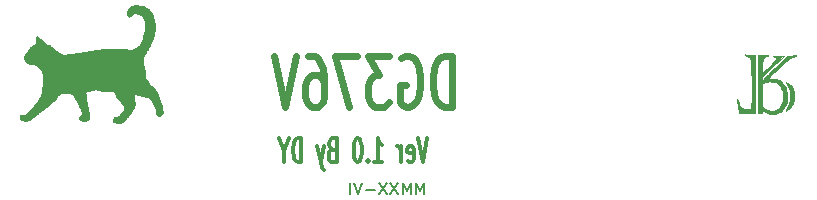
<source format=gbr>
%TF.GenerationSoftware,KiCad,Pcbnew,(5.99.0-1734-g575ad7128)*%
%TF.CreationDate,2020-06-02T15:09:08-04:00*%
%TF.ProjectId,DG376_KiCad,44473337-365f-44b6-9943-61642e6b6963,rev?*%
%TF.SameCoordinates,Original*%
%TF.FileFunction,Legend,Bot*%
%TF.FilePolarity,Positive*%
%FSLAX46Y46*%
G04 Gerber Fmt 4.6, Leading zero omitted, Abs format (unit mm)*
G04 Created by KiCad (PCBNEW (5.99.0-1734-g575ad7128)) date 2020-06-02 15:09:08*
%MOMM*%
%LPD*%
G01*
G04 APERTURE LIST*
%ADD10C,0.150000*%
%ADD11C,0.300000*%
%ADD12C,0.600000*%
%ADD13C,0.010000*%
G04 APERTURE END LIST*
D10*
X107992857Y-69352380D02*
X107992857Y-68352380D01*
X107659523Y-69066666D01*
X107326190Y-68352380D01*
X107326190Y-69352380D01*
X106850000Y-69352380D02*
X106850000Y-68352380D01*
X106516666Y-69066666D01*
X106183333Y-68352380D01*
X106183333Y-69352380D01*
X105802380Y-68352380D02*
X105135714Y-69352380D01*
X105135714Y-68352380D02*
X105802380Y-69352380D01*
X104850000Y-68352380D02*
X104183333Y-69352380D01*
X104183333Y-68352380D02*
X104850000Y-69352380D01*
X103802380Y-68971428D02*
X103040476Y-68971428D01*
X102707142Y-68352380D02*
X102373809Y-69352380D01*
X102040476Y-68352380D01*
X101707142Y-69352380D02*
X101707142Y-68352380D01*
D11*
X108257142Y-64604761D02*
X107857142Y-66604761D01*
X107457142Y-64604761D01*
X106600000Y-66509523D02*
X106714285Y-66604761D01*
X106942857Y-66604761D01*
X107057142Y-66509523D01*
X107114285Y-66319047D01*
X107114285Y-65557142D01*
X107057142Y-65366666D01*
X106942857Y-65271428D01*
X106714285Y-65271428D01*
X106600000Y-65366666D01*
X106542857Y-65557142D01*
X106542857Y-65747619D01*
X107114285Y-65938095D01*
X106028571Y-66604761D02*
X106028571Y-65271428D01*
X106028571Y-65652380D02*
X105971428Y-65461904D01*
X105914285Y-65366666D01*
X105800000Y-65271428D01*
X105685714Y-65271428D01*
X103742857Y-66604761D02*
X104428571Y-66604761D01*
X104085714Y-66604761D02*
X104085714Y-64604761D01*
X104200000Y-64890476D01*
X104314285Y-65080952D01*
X104428571Y-65176190D01*
X103228571Y-66414285D02*
X103171428Y-66509523D01*
X103228571Y-66604761D01*
X103285714Y-66509523D01*
X103228571Y-66414285D01*
X103228571Y-66604761D01*
X102428571Y-64604761D02*
X102314285Y-64604761D01*
X102200000Y-64700000D01*
X102142857Y-64795238D01*
X102085714Y-64985714D01*
X102028571Y-65366666D01*
X102028571Y-65842857D01*
X102085714Y-66223809D01*
X102142857Y-66414285D01*
X102200000Y-66509523D01*
X102314285Y-66604761D01*
X102428571Y-66604761D01*
X102542857Y-66509523D01*
X102600000Y-66414285D01*
X102657142Y-66223809D01*
X102714285Y-65842857D01*
X102714285Y-65366666D01*
X102657142Y-64985714D01*
X102600000Y-64795238D01*
X102542857Y-64700000D01*
X102428571Y-64604761D01*
X100200000Y-65557142D02*
X100028571Y-65652380D01*
X99971428Y-65747619D01*
X99914285Y-65938095D01*
X99914285Y-66223809D01*
X99971428Y-66414285D01*
X100028571Y-66509523D01*
X100142857Y-66604761D01*
X100600000Y-66604761D01*
X100600000Y-64604761D01*
X100200000Y-64604761D01*
X100085714Y-64700000D01*
X100028571Y-64795238D01*
X99971428Y-64985714D01*
X99971428Y-65176190D01*
X100028571Y-65366666D01*
X100085714Y-65461904D01*
X100200000Y-65557142D01*
X100600000Y-65557142D01*
X99514285Y-65271428D02*
X99228571Y-66604761D01*
X98942857Y-65271428D02*
X99228571Y-66604761D01*
X99342857Y-67080952D01*
X99400000Y-67176190D01*
X99514285Y-67271428D01*
X97571428Y-66604761D02*
X97571428Y-64604761D01*
X97285714Y-64604761D01*
X97114285Y-64700000D01*
X97000000Y-64890476D01*
X96942857Y-65080952D01*
X96885714Y-65461904D01*
X96885714Y-65747619D01*
X96942857Y-66128571D01*
X97000000Y-66319047D01*
X97114285Y-66509523D01*
X97285714Y-66604761D01*
X97571428Y-66604761D01*
X96142857Y-65652380D02*
X96142857Y-66604761D01*
X96542857Y-64604761D02*
X96142857Y-65652380D01*
X95742857Y-64604761D01*
D12*
X110333333Y-61945238D02*
X110333333Y-57645238D01*
X109666666Y-57645238D01*
X109266666Y-57850000D01*
X109000000Y-58259523D01*
X108866666Y-58669047D01*
X108733333Y-59488095D01*
X108733333Y-60102380D01*
X108866666Y-60921428D01*
X109000000Y-61330952D01*
X109266666Y-61740476D01*
X109666666Y-61945238D01*
X110333333Y-61945238D01*
X106066666Y-57850000D02*
X106333333Y-57645238D01*
X106733333Y-57645238D01*
X107133333Y-57850000D01*
X107400000Y-58259523D01*
X107533333Y-58669047D01*
X107666666Y-59488095D01*
X107666666Y-60102380D01*
X107533333Y-60921428D01*
X107400000Y-61330952D01*
X107133333Y-61740476D01*
X106733333Y-61945238D01*
X106466666Y-61945238D01*
X106066666Y-61740476D01*
X105933333Y-61535714D01*
X105933333Y-60102380D01*
X106466666Y-60102380D01*
X105000000Y-57645238D02*
X103266666Y-57645238D01*
X104200000Y-59283333D01*
X103800000Y-59283333D01*
X103533333Y-59488095D01*
X103400000Y-59692857D01*
X103266666Y-60102380D01*
X103266666Y-61126190D01*
X103400000Y-61535714D01*
X103533333Y-61740476D01*
X103800000Y-61945238D01*
X104600000Y-61945238D01*
X104866666Y-61740476D01*
X105000000Y-61535714D01*
X102333333Y-57645238D02*
X100466666Y-57645238D01*
X101666666Y-61945238D01*
X98200000Y-57645238D02*
X98733333Y-57645238D01*
X99000000Y-57850000D01*
X99133333Y-58054761D01*
X99400000Y-58669047D01*
X99533333Y-59488095D01*
X99533333Y-61126190D01*
X99400000Y-61535714D01*
X99266666Y-61740476D01*
X99000000Y-61945238D01*
X98466666Y-61945238D01*
X98200000Y-61740476D01*
X98066666Y-61535714D01*
X97933333Y-61126190D01*
X97933333Y-60102380D01*
X98066666Y-59692857D01*
X98200000Y-59488095D01*
X98466666Y-59283333D01*
X99000000Y-59283333D01*
X99266666Y-59488095D01*
X99400000Y-59692857D01*
X99533333Y-60102380D01*
X97133333Y-57645238D02*
X96200000Y-61945238D01*
X95266666Y-57645238D01*
%TO.C,G\u002A\u002A\u002A*%
G36*
X138614354Y-59847399D02*
G01*
X138639729Y-59858316D01*
X138642739Y-59859621D01*
X138743788Y-59911280D01*
X138847626Y-59977708D01*
X138944999Y-60052433D01*
X139026653Y-60128982D01*
X139112213Y-60229890D01*
X139193580Y-60353528D01*
X139256553Y-60486757D01*
X139302230Y-60632476D01*
X139331707Y-60793587D01*
X139346083Y-60972988D01*
X139342358Y-61172007D01*
X139315614Y-61360575D01*
X139265819Y-61538518D01*
X139192947Y-61705885D01*
X139096974Y-61862724D01*
X138977873Y-62009083D01*
X138835621Y-62145009D01*
X138670192Y-62270551D01*
X138665273Y-62273883D01*
X138628654Y-62297793D01*
X138601851Y-62313767D01*
X138590367Y-62318499D01*
X138592191Y-62313251D01*
X138605201Y-62290944D01*
X138628013Y-62255483D01*
X138657711Y-62211500D01*
X138740280Y-62079853D01*
X138835970Y-61889196D01*
X138913227Y-61685588D01*
X138970286Y-61473200D01*
X138974615Y-61452629D01*
X138983652Y-61404171D01*
X138990190Y-61356880D01*
X138994610Y-61305445D01*
X138997292Y-61244553D01*
X138998617Y-61168892D01*
X138998966Y-61073150D01*
X138998904Y-61042967D01*
X138996967Y-60919894D01*
X138991771Y-60814686D01*
X138982583Y-60721263D01*
X138968666Y-60633543D01*
X138949285Y-60545443D01*
X138923704Y-60450882D01*
X138889325Y-60345524D01*
X138828781Y-60200566D01*
X138757850Y-60069061D01*
X138679379Y-59956763D01*
X138659208Y-59931779D01*
X138623850Y-59887709D01*
X138602732Y-59859835D01*
X138594809Y-59845559D01*
X138599032Y-59842280D01*
X138614354Y-59847399D01*
G37*
D13*
X138614354Y-59847399D02*
X138639729Y-59858316D01*
X138642739Y-59859621D01*
X138743788Y-59911280D01*
X138847626Y-59977708D01*
X138944999Y-60052433D01*
X139026653Y-60128982D01*
X139112213Y-60229890D01*
X139193580Y-60353528D01*
X139256553Y-60486757D01*
X139302230Y-60632476D01*
X139331707Y-60793587D01*
X139346083Y-60972988D01*
X139342358Y-61172007D01*
X139315614Y-61360575D01*
X139265819Y-61538518D01*
X139192947Y-61705885D01*
X139096974Y-61862724D01*
X138977873Y-62009083D01*
X138835621Y-62145009D01*
X138670192Y-62270551D01*
X138665273Y-62273883D01*
X138628654Y-62297793D01*
X138601851Y-62313767D01*
X138590367Y-62318499D01*
X138592191Y-62313251D01*
X138605201Y-62290944D01*
X138628013Y-62255483D01*
X138657711Y-62211500D01*
X138740280Y-62079853D01*
X138835970Y-61889196D01*
X138913227Y-61685588D01*
X138970286Y-61473200D01*
X138974615Y-61452629D01*
X138983652Y-61404171D01*
X138990190Y-61356880D01*
X138994610Y-61305445D01*
X138997292Y-61244553D01*
X138998617Y-61168892D01*
X138998966Y-61073150D01*
X138998904Y-61042967D01*
X138996967Y-60919894D01*
X138991771Y-60814686D01*
X138982583Y-60721263D01*
X138968666Y-60633543D01*
X138949285Y-60545443D01*
X138923704Y-60450882D01*
X138889325Y-60345524D01*
X138828781Y-60200566D01*
X138757850Y-60069061D01*
X138679379Y-59956763D01*
X138659208Y-59931779D01*
X138623850Y-59887709D01*
X138602732Y-59859835D01*
X138594809Y-59845559D01*
X138599032Y-59842280D01*
X138614354Y-59847399D01*
G36*
X135275387Y-57515416D02*
G01*
X135280053Y-57515895D01*
X135325802Y-57520186D01*
X135388208Y-57525569D01*
X135459663Y-57531404D01*
X135532562Y-57537051D01*
X135550493Y-57538416D01*
X135632217Y-57545031D01*
X135715794Y-57552355D01*
X135797343Y-57559989D01*
X135872982Y-57567536D01*
X135938831Y-57574599D01*
X135991009Y-57580780D01*
X136025634Y-57585682D01*
X136038824Y-57588907D01*
X136038839Y-57588984D01*
X136039053Y-57603471D01*
X136039224Y-57642049D01*
X136039351Y-57703485D01*
X136039437Y-57786547D01*
X136039481Y-57890001D01*
X136039484Y-58012615D01*
X136039447Y-58153156D01*
X136039371Y-58310392D01*
X136039256Y-58483090D01*
X136039103Y-58670016D01*
X136038913Y-58869940D01*
X136038686Y-59081626D01*
X136038424Y-59303844D01*
X136038126Y-59535361D01*
X136037794Y-59774943D01*
X136037428Y-60021357D01*
X136033706Y-62449365D01*
X135421478Y-62454605D01*
X135351434Y-62455229D01*
X135215461Y-62456644D01*
X135101656Y-62458190D01*
X135007801Y-62459948D01*
X134931679Y-62461998D01*
X134871070Y-62464421D01*
X134823756Y-62467299D01*
X134787519Y-62470712D01*
X134760140Y-62474742D01*
X134739400Y-62479468D01*
X134709511Y-62487755D01*
X134676727Y-62496528D01*
X134660267Y-62500495D01*
X134660230Y-62500501D01*
X134652442Y-62494716D01*
X134645439Y-62472862D01*
X134638535Y-62431840D01*
X134631044Y-62368550D01*
X134629285Y-62353812D01*
X134623023Y-62308315D01*
X134613645Y-62244869D01*
X134601867Y-62168179D01*
X134588408Y-62082953D01*
X134573984Y-61993900D01*
X134572390Y-61984179D01*
X134547825Y-61832715D01*
X134527649Y-61704431D01*
X134511684Y-61597622D01*
X134499755Y-61510584D01*
X134491686Y-61441612D01*
X134487299Y-61389003D01*
X134486420Y-61351051D01*
X134488871Y-61326053D01*
X134494476Y-61312304D01*
X134503059Y-61308100D01*
X134515770Y-61319943D01*
X134531347Y-61355399D01*
X134548865Y-61412875D01*
X134564205Y-61467529D01*
X134618379Y-61627988D01*
X134679724Y-61764385D01*
X134748186Y-61876628D01*
X134823713Y-61964626D01*
X134906252Y-62028287D01*
X134918085Y-62035242D01*
X134962833Y-62058695D01*
X135008206Y-62076667D01*
X135058327Y-62089840D01*
X135117319Y-62098896D01*
X135189305Y-62104520D01*
X135278407Y-62107393D01*
X135388748Y-62108200D01*
X135651759Y-62108200D01*
X135671346Y-62047875D01*
X135673198Y-62041899D01*
X135684510Y-61996432D01*
X135695800Y-61938663D01*
X135704877Y-61879600D01*
X135706046Y-61865895D01*
X135707844Y-61823904D01*
X135709433Y-61759696D01*
X135710818Y-61675034D01*
X135712004Y-61571682D01*
X135712997Y-61451404D01*
X135713800Y-61315963D01*
X135714419Y-61167123D01*
X135714860Y-61006647D01*
X135715127Y-60836300D01*
X135715226Y-60657844D01*
X135715161Y-60473043D01*
X135714937Y-60283661D01*
X135714561Y-60091461D01*
X135714035Y-59898208D01*
X135713367Y-59705664D01*
X135712560Y-59515593D01*
X135711620Y-59329759D01*
X135710552Y-59149925D01*
X135709361Y-58977856D01*
X135708052Y-58815313D01*
X135706630Y-58664062D01*
X135705100Y-58525866D01*
X135703468Y-58402488D01*
X135701737Y-58295692D01*
X135699914Y-58207242D01*
X135698004Y-58138900D01*
X135696010Y-58092432D01*
X135693940Y-58069600D01*
X135693922Y-58069511D01*
X135663078Y-57955766D01*
X135620009Y-57861817D01*
X135563242Y-57784452D01*
X135512750Y-57737850D01*
X135435742Y-57684438D01*
X135348745Y-57638461D01*
X135260135Y-57604883D01*
X135234905Y-57596984D01*
X135209484Y-57585335D01*
X135198786Y-57570439D01*
X135196600Y-57546598D01*
X135196600Y-57507181D01*
X135275387Y-57515416D01*
G37*
X135275387Y-57515416D02*
X135280053Y-57515895D01*
X135325802Y-57520186D01*
X135388208Y-57525569D01*
X135459663Y-57531404D01*
X135532562Y-57537051D01*
X135550493Y-57538416D01*
X135632217Y-57545031D01*
X135715794Y-57552355D01*
X135797343Y-57559989D01*
X135872982Y-57567536D01*
X135938831Y-57574599D01*
X135991009Y-57580780D01*
X136025634Y-57585682D01*
X136038824Y-57588907D01*
X136038839Y-57588984D01*
X136039053Y-57603471D01*
X136039224Y-57642049D01*
X136039351Y-57703485D01*
X136039437Y-57786547D01*
X136039481Y-57890001D01*
X136039484Y-58012615D01*
X136039447Y-58153156D01*
X136039371Y-58310392D01*
X136039256Y-58483090D01*
X136039103Y-58670016D01*
X136038913Y-58869940D01*
X136038686Y-59081626D01*
X136038424Y-59303844D01*
X136038126Y-59535361D01*
X136037794Y-59774943D01*
X136037428Y-60021357D01*
X136033706Y-62449365D01*
X135421478Y-62454605D01*
X135351434Y-62455229D01*
X135215461Y-62456644D01*
X135101656Y-62458190D01*
X135007801Y-62459948D01*
X134931679Y-62461998D01*
X134871070Y-62464421D01*
X134823756Y-62467299D01*
X134787519Y-62470712D01*
X134760140Y-62474742D01*
X134739400Y-62479468D01*
X134709511Y-62487755D01*
X134676727Y-62496528D01*
X134660267Y-62500495D01*
X134660230Y-62500501D01*
X134652442Y-62494716D01*
X134645439Y-62472862D01*
X134638535Y-62431840D01*
X134631044Y-62368550D01*
X134629285Y-62353812D01*
X134623023Y-62308315D01*
X134613645Y-62244869D01*
X134601867Y-62168179D01*
X134588408Y-62082953D01*
X134573984Y-61993900D01*
X134572390Y-61984179D01*
X134547825Y-61832715D01*
X134527649Y-61704431D01*
X134511684Y-61597622D01*
X134499755Y-61510584D01*
X134491686Y-61441612D01*
X134487299Y-61389003D01*
X134486420Y-61351051D01*
X134488871Y-61326053D01*
X134494476Y-61312304D01*
X134503059Y-61308100D01*
X134515770Y-61319943D01*
X134531347Y-61355399D01*
X134548865Y-61412875D01*
X134564205Y-61467529D01*
X134618379Y-61627988D01*
X134679724Y-61764385D01*
X134748186Y-61876628D01*
X134823713Y-61964626D01*
X134906252Y-62028287D01*
X134918085Y-62035242D01*
X134962833Y-62058695D01*
X135008206Y-62076667D01*
X135058327Y-62089840D01*
X135117319Y-62098896D01*
X135189305Y-62104520D01*
X135278407Y-62107393D01*
X135388748Y-62108200D01*
X135651759Y-62108200D01*
X135671346Y-62047875D01*
X135673198Y-62041899D01*
X135684510Y-61996432D01*
X135695800Y-61938663D01*
X135704877Y-61879600D01*
X135706046Y-61865895D01*
X135707844Y-61823904D01*
X135709433Y-61759696D01*
X135710818Y-61675034D01*
X135712004Y-61571682D01*
X135712997Y-61451404D01*
X135713800Y-61315963D01*
X135714419Y-61167123D01*
X135714860Y-61006647D01*
X135715127Y-60836300D01*
X135715226Y-60657844D01*
X135715161Y-60473043D01*
X135714937Y-60283661D01*
X135714561Y-60091461D01*
X135714035Y-59898208D01*
X135713367Y-59705664D01*
X135712560Y-59515593D01*
X135711620Y-59329759D01*
X135710552Y-59149925D01*
X135709361Y-58977856D01*
X135708052Y-58815313D01*
X135706630Y-58664062D01*
X135705100Y-58525866D01*
X135703468Y-58402488D01*
X135701737Y-58295692D01*
X135699914Y-58207242D01*
X135698004Y-58138900D01*
X135696010Y-58092432D01*
X135693940Y-58069600D01*
X135693922Y-58069511D01*
X135663078Y-57955766D01*
X135620009Y-57861817D01*
X135563242Y-57784452D01*
X135512750Y-57737850D01*
X135435742Y-57684438D01*
X135348745Y-57638461D01*
X135260135Y-57604883D01*
X135234905Y-57596984D01*
X135209484Y-57585335D01*
X135198786Y-57570439D01*
X135196600Y-57546598D01*
X135196600Y-57507181D01*
X135275387Y-57515416D01*
G36*
X138726928Y-61178178D02*
G01*
X138711813Y-61364829D01*
X138680050Y-61537205D01*
X138630786Y-61699302D01*
X138563168Y-61855112D01*
X138499733Y-61971300D01*
X138401647Y-62115773D01*
X138292691Y-62237960D01*
X138171802Y-62338706D01*
X138037917Y-62418858D01*
X137889973Y-62479262D01*
X137726908Y-62520764D01*
X137652324Y-62530917D01*
X137548214Y-62536643D01*
X137435513Y-62535747D01*
X137322581Y-62528565D01*
X137217777Y-62515433D01*
X137129459Y-62496690D01*
X137076322Y-62480870D01*
X136899921Y-62411524D01*
X136734046Y-62319103D01*
X136718079Y-62308834D01*
X136678882Y-62284184D01*
X136650305Y-62267033D01*
X136637654Y-62260600D01*
X136636294Y-62263653D01*
X136633937Y-62285988D01*
X136632308Y-62325256D01*
X136631700Y-62375813D01*
X136631700Y-62491027D01*
X136565025Y-62484130D01*
X136518495Y-62479636D01*
X136458939Y-62474332D01*
X136399925Y-62469432D01*
X136301500Y-62461632D01*
X136301500Y-59992010D01*
X136593600Y-59992010D01*
X136593721Y-60615130D01*
X136593766Y-60670777D01*
X136594439Y-60857990D01*
X136595876Y-61035594D01*
X136598027Y-61202009D01*
X136600844Y-61355657D01*
X136604278Y-61494959D01*
X136608279Y-61618336D01*
X136612797Y-61724209D01*
X136617784Y-61810999D01*
X136623191Y-61877127D01*
X136628968Y-61921015D01*
X136635066Y-61941083D01*
X136643359Y-61950130D01*
X136678175Y-61980560D01*
X136727844Y-62018062D01*
X136786970Y-62058986D01*
X136850162Y-62099682D01*
X136912024Y-62136501D01*
X136967163Y-62165793D01*
X136988243Y-62175709D01*
X137055542Y-62204206D01*
X137124600Y-62229725D01*
X137183372Y-62247704D01*
X137250651Y-62261627D01*
X137341475Y-62273476D01*
X137435598Y-62279741D01*
X137523810Y-62279854D01*
X137596900Y-62273244D01*
X137694006Y-62251559D01*
X137820211Y-62202510D01*
X137936015Y-62130900D01*
X138043214Y-62035775D01*
X138137492Y-61925460D01*
X138231000Y-61780308D01*
X138303703Y-61620605D01*
X138355592Y-61446376D01*
X138386660Y-61257644D01*
X138396896Y-61054433D01*
X138396148Y-61001004D01*
X138382324Y-60816379D01*
X138351695Y-60641876D01*
X138305075Y-60479547D01*
X138243281Y-60331444D01*
X138167129Y-60199619D01*
X138077433Y-60086123D01*
X137975009Y-59993009D01*
X137885090Y-59931770D01*
X137760449Y-59868545D01*
X137626543Y-59824865D01*
X137480013Y-59799702D01*
X137317500Y-59792030D01*
X137228150Y-59794498D01*
X137090741Y-59808615D01*
X136960776Y-59836871D01*
X136830467Y-59881148D01*
X136692025Y-59943332D01*
X136593600Y-59992010D01*
X136301500Y-59992010D01*
X136301500Y-57589021D01*
X136380875Y-57582081D01*
X136410718Y-57579733D01*
X136465831Y-57575886D01*
X136535571Y-57571349D01*
X136614005Y-57566508D01*
X136695200Y-57561745D01*
X136758406Y-57558065D01*
X136841311Y-57553031D01*
X136918295Y-57548141D01*
X136982876Y-57543809D01*
X137028575Y-57540448D01*
X137127000Y-57532548D01*
X137127000Y-57571572D01*
X137125399Y-57592902D01*
X137116561Y-57607608D01*
X137094687Y-57618945D01*
X137053975Y-57631687D01*
X137038816Y-57636280D01*
X136956957Y-57667758D01*
X136878190Y-57708126D01*
X136809865Y-57753212D01*
X136759330Y-57798849D01*
X136730880Y-57834201D01*
X136684789Y-57910521D01*
X136649511Y-58000265D01*
X136623759Y-58107101D01*
X136606242Y-58234700D01*
X136603688Y-58266356D01*
X136600553Y-58325436D01*
X136598023Y-58397631D01*
X136596100Y-58479441D01*
X136594783Y-58567365D01*
X136594074Y-58657903D01*
X136593972Y-58747554D01*
X136594479Y-58832817D01*
X136595593Y-58910190D01*
X136597317Y-58976175D01*
X136599650Y-59027269D01*
X136602592Y-59059972D01*
X136606145Y-59070783D01*
X136609974Y-59068279D01*
X136630598Y-59050755D01*
X136666407Y-59018279D01*
X136715386Y-58972796D01*
X136775517Y-58916252D01*
X136844785Y-58850590D01*
X136921172Y-58777756D01*
X137002662Y-58699696D01*
X137087239Y-58618354D01*
X137172886Y-58535675D01*
X137257585Y-58453605D01*
X137339322Y-58374088D01*
X137416079Y-58299069D01*
X137485839Y-58230494D01*
X137546586Y-58170307D01*
X137596304Y-58120454D01*
X137632976Y-58082880D01*
X137654585Y-58059529D01*
X137681857Y-58027112D01*
X137726146Y-57968932D01*
X137754752Y-57920513D01*
X137770121Y-57877275D01*
X137774700Y-57834635D01*
X137773774Y-57820293D01*
X137754597Y-57771101D01*
X137710709Y-57727234D01*
X137642229Y-57688785D01*
X137549275Y-57655848D01*
X137545242Y-57654469D01*
X137534226Y-57640527D01*
X137544412Y-57614697D01*
X137552055Y-57609061D01*
X137569178Y-57605375D01*
X137598842Y-57603817D01*
X137644244Y-57604344D01*
X137708579Y-57606917D01*
X137795042Y-57611494D01*
X137855453Y-57614686D01*
X137948443Y-57618911D01*
X138040112Y-57622367D01*
X138122450Y-57624762D01*
X138187450Y-57625803D01*
X138244605Y-57626644D01*
X138306099Y-57628760D01*
X138356733Y-57631779D01*
X138389238Y-57635356D01*
X138438625Y-57644150D01*
X137516113Y-58524249D01*
X136593600Y-59404348D01*
X136593600Y-59711836D01*
X136621589Y-59687643D01*
X136625343Y-59684208D01*
X136646240Y-59664523D01*
X136683736Y-59628920D01*
X136736650Y-59578527D01*
X136803803Y-59514473D01*
X136884013Y-59437886D01*
X136976100Y-59349894D01*
X137078884Y-59251625D01*
X137191183Y-59144208D01*
X137311817Y-59028771D01*
X137439606Y-58906443D01*
X137573368Y-58778351D01*
X137711924Y-58645624D01*
X138774270Y-57627799D01*
X138957110Y-57613000D01*
X139036671Y-57606327D01*
X139136080Y-57597564D01*
X139236166Y-57588379D01*
X139324100Y-57579929D01*
X139351983Y-57577172D01*
X139414688Y-57571051D01*
X139466305Y-57566121D01*
X139502108Y-57562831D01*
X139517366Y-57561628D01*
X139520873Y-57567702D01*
X139516531Y-57588499D01*
X139507113Y-57602331D01*
X139485816Y-57615482D01*
X139448499Y-57628935D01*
X139390657Y-57644703D01*
X139383607Y-57646508D01*
X139244292Y-57691775D01*
X139102036Y-57756380D01*
X138955516Y-57841163D01*
X138803413Y-57946963D01*
X138644402Y-58074620D01*
X138477164Y-58224973D01*
X138448594Y-58251969D01*
X138385484Y-58311892D01*
X138312106Y-58381865D01*
X138230143Y-58460261D01*
X138141276Y-58545457D01*
X138047188Y-58635826D01*
X137949560Y-58729742D01*
X137850076Y-58825581D01*
X137750418Y-58921717D01*
X137652267Y-59016525D01*
X137557306Y-59108378D01*
X137467217Y-59195652D01*
X137383683Y-59276721D01*
X137308386Y-59349960D01*
X137243007Y-59413743D01*
X137189230Y-59466445D01*
X137148736Y-59506440D01*
X137123207Y-59532102D01*
X137114327Y-59541807D01*
X137114339Y-59541882D01*
X137127114Y-59544235D01*
X137161240Y-59546388D01*
X137212790Y-59548204D01*
X137277836Y-59549540D01*
X137352452Y-59550260D01*
X137471300Y-59552436D01*
X137574574Y-59558616D01*
X137665151Y-59569824D01*
X137749376Y-59587101D01*
X137833595Y-59611489D01*
X137924154Y-59644028D01*
X138048660Y-59702007D01*
X138182620Y-59790212D01*
X138304370Y-59900281D01*
X138413505Y-60031781D01*
X138509618Y-60184280D01*
X138592303Y-60357343D01*
X138610106Y-60401820D01*
X138663346Y-60561248D01*
X138700021Y-60723269D01*
X138721342Y-60894304D01*
X138727504Y-61054433D01*
X138728517Y-61080776D01*
X138726928Y-61178178D01*
G37*
X138726928Y-61178178D02*
X138711813Y-61364829D01*
X138680050Y-61537205D01*
X138630786Y-61699302D01*
X138563168Y-61855112D01*
X138499733Y-61971300D01*
X138401647Y-62115773D01*
X138292691Y-62237960D01*
X138171802Y-62338706D01*
X138037917Y-62418858D01*
X137889973Y-62479262D01*
X137726908Y-62520764D01*
X137652324Y-62530917D01*
X137548214Y-62536643D01*
X137435513Y-62535747D01*
X137322581Y-62528565D01*
X137217777Y-62515433D01*
X137129459Y-62496690D01*
X137076322Y-62480870D01*
X136899921Y-62411524D01*
X136734046Y-62319103D01*
X136718079Y-62308834D01*
X136678882Y-62284184D01*
X136650305Y-62267033D01*
X136637654Y-62260600D01*
X136636294Y-62263653D01*
X136633937Y-62285988D01*
X136632308Y-62325256D01*
X136631700Y-62375813D01*
X136631700Y-62491027D01*
X136565025Y-62484130D01*
X136518495Y-62479636D01*
X136458939Y-62474332D01*
X136399925Y-62469432D01*
X136301500Y-62461632D01*
X136301500Y-59992010D01*
X136593600Y-59992010D01*
X136593721Y-60615130D01*
X136593766Y-60670777D01*
X136594439Y-60857990D01*
X136595876Y-61035594D01*
X136598027Y-61202009D01*
X136600844Y-61355657D01*
X136604278Y-61494959D01*
X136608279Y-61618336D01*
X136612797Y-61724209D01*
X136617784Y-61810999D01*
X136623191Y-61877127D01*
X136628968Y-61921015D01*
X136635066Y-61941083D01*
X136643359Y-61950130D01*
X136678175Y-61980560D01*
X136727844Y-62018062D01*
X136786970Y-62058986D01*
X136850162Y-62099682D01*
X136912024Y-62136501D01*
X136967163Y-62165793D01*
X136988243Y-62175709D01*
X137055542Y-62204206D01*
X137124600Y-62229725D01*
X137183372Y-62247704D01*
X137250651Y-62261627D01*
X137341475Y-62273476D01*
X137435598Y-62279741D01*
X137523810Y-62279854D01*
X137596900Y-62273244D01*
X137694006Y-62251559D01*
X137820211Y-62202510D01*
X137936015Y-62130900D01*
X138043214Y-62035775D01*
X138137492Y-61925460D01*
X138231000Y-61780308D01*
X138303703Y-61620605D01*
X138355592Y-61446376D01*
X138386660Y-61257644D01*
X138396896Y-61054433D01*
X138396148Y-61001004D01*
X138382324Y-60816379D01*
X138351695Y-60641876D01*
X138305075Y-60479547D01*
X138243281Y-60331444D01*
X138167129Y-60199619D01*
X138077433Y-60086123D01*
X137975009Y-59993009D01*
X137885090Y-59931770D01*
X137760449Y-59868545D01*
X137626543Y-59824865D01*
X137480013Y-59799702D01*
X137317500Y-59792030D01*
X137228150Y-59794498D01*
X137090741Y-59808615D01*
X136960776Y-59836871D01*
X136830467Y-59881148D01*
X136692025Y-59943332D01*
X136593600Y-59992010D01*
X136301500Y-59992010D01*
X136301500Y-57589021D01*
X136380875Y-57582081D01*
X136410718Y-57579733D01*
X136465831Y-57575886D01*
X136535571Y-57571349D01*
X136614005Y-57566508D01*
X136695200Y-57561745D01*
X136758406Y-57558065D01*
X136841311Y-57553031D01*
X136918295Y-57548141D01*
X136982876Y-57543809D01*
X137028575Y-57540448D01*
X137127000Y-57532548D01*
X137127000Y-57571572D01*
X137125399Y-57592902D01*
X137116561Y-57607608D01*
X137094687Y-57618945D01*
X137053975Y-57631687D01*
X137038816Y-57636280D01*
X136956957Y-57667758D01*
X136878190Y-57708126D01*
X136809865Y-57753212D01*
X136759330Y-57798849D01*
X136730880Y-57834201D01*
X136684789Y-57910521D01*
X136649511Y-58000265D01*
X136623759Y-58107101D01*
X136606242Y-58234700D01*
X136603688Y-58266356D01*
X136600553Y-58325436D01*
X136598023Y-58397631D01*
X136596100Y-58479441D01*
X136594783Y-58567365D01*
X136594074Y-58657903D01*
X136593972Y-58747554D01*
X136594479Y-58832817D01*
X136595593Y-58910190D01*
X136597317Y-58976175D01*
X136599650Y-59027269D01*
X136602592Y-59059972D01*
X136606145Y-59070783D01*
X136609974Y-59068279D01*
X136630598Y-59050755D01*
X136666407Y-59018279D01*
X136715386Y-58972796D01*
X136775517Y-58916252D01*
X136844785Y-58850590D01*
X136921172Y-58777756D01*
X137002662Y-58699696D01*
X137087239Y-58618354D01*
X137172886Y-58535675D01*
X137257585Y-58453605D01*
X137339322Y-58374088D01*
X137416079Y-58299069D01*
X137485839Y-58230494D01*
X137546586Y-58170307D01*
X137596304Y-58120454D01*
X137632976Y-58082880D01*
X137654585Y-58059529D01*
X137681857Y-58027112D01*
X137726146Y-57968932D01*
X137754752Y-57920513D01*
X137770121Y-57877275D01*
X137774700Y-57834635D01*
X137773774Y-57820293D01*
X137754597Y-57771101D01*
X137710709Y-57727234D01*
X137642229Y-57688785D01*
X137549275Y-57655848D01*
X137545242Y-57654469D01*
X137534226Y-57640527D01*
X137544412Y-57614697D01*
X137552055Y-57609061D01*
X137569178Y-57605375D01*
X137598842Y-57603817D01*
X137644244Y-57604344D01*
X137708579Y-57606917D01*
X137795042Y-57611494D01*
X137855453Y-57614686D01*
X137948443Y-57618911D01*
X138040112Y-57622367D01*
X138122450Y-57624762D01*
X138187450Y-57625803D01*
X138244605Y-57626644D01*
X138306099Y-57628760D01*
X138356733Y-57631779D01*
X138389238Y-57635356D01*
X138438625Y-57644150D01*
X137516113Y-58524249D01*
X136593600Y-59404348D01*
X136593600Y-59711836D01*
X136621589Y-59687643D01*
X136625343Y-59684208D01*
X136646240Y-59664523D01*
X136683736Y-59628920D01*
X136736650Y-59578527D01*
X136803803Y-59514473D01*
X136884013Y-59437886D01*
X136976100Y-59349894D01*
X137078884Y-59251625D01*
X137191183Y-59144208D01*
X137311817Y-59028771D01*
X137439606Y-58906443D01*
X137573368Y-58778351D01*
X137711924Y-58645624D01*
X138774270Y-57627799D01*
X138957110Y-57613000D01*
X139036671Y-57606327D01*
X139136080Y-57597564D01*
X139236166Y-57588379D01*
X139324100Y-57579929D01*
X139351983Y-57577172D01*
X139414688Y-57571051D01*
X139466305Y-57566121D01*
X139502108Y-57562831D01*
X139517366Y-57561628D01*
X139520873Y-57567702D01*
X139516531Y-57588499D01*
X139507113Y-57602331D01*
X139485816Y-57615482D01*
X139448499Y-57628935D01*
X139390657Y-57644703D01*
X139383607Y-57646508D01*
X139244292Y-57691775D01*
X139102036Y-57756380D01*
X138955516Y-57841163D01*
X138803413Y-57946963D01*
X138644402Y-58074620D01*
X138477164Y-58224973D01*
X138448594Y-58251969D01*
X138385484Y-58311892D01*
X138312106Y-58381865D01*
X138230143Y-58460261D01*
X138141276Y-58545457D01*
X138047188Y-58635826D01*
X137949560Y-58729742D01*
X137850076Y-58825581D01*
X137750418Y-58921717D01*
X137652267Y-59016525D01*
X137557306Y-59108378D01*
X137467217Y-59195652D01*
X137383683Y-59276721D01*
X137308386Y-59349960D01*
X137243007Y-59413743D01*
X137189230Y-59466445D01*
X137148736Y-59506440D01*
X137123207Y-59532102D01*
X137114327Y-59541807D01*
X137114339Y-59541882D01*
X137127114Y-59544235D01*
X137161240Y-59546388D01*
X137212790Y-59548204D01*
X137277836Y-59549540D01*
X137352452Y-59550260D01*
X137471300Y-59552436D01*
X137574574Y-59558616D01*
X137665151Y-59569824D01*
X137749376Y-59587101D01*
X137833595Y-59611489D01*
X137924154Y-59644028D01*
X138048660Y-59702007D01*
X138182620Y-59790212D01*
X138304370Y-59900281D01*
X138413505Y-60031781D01*
X138509618Y-60184280D01*
X138592303Y-60357343D01*
X138610106Y-60401820D01*
X138663346Y-60561248D01*
X138700021Y-60723269D01*
X138721342Y-60894304D01*
X138727504Y-61054433D01*
X138728517Y-61080776D01*
X138726928Y-61178178D01*
G36*
X81964026Y-61141082D02*
G01*
X81964496Y-61142378D01*
X81959000Y-61136333D01*
X81964026Y-61141082D01*
G37*
X81964026Y-61141082D02*
X81964496Y-61142378D01*
X81959000Y-61136333D01*
X81964026Y-61141082D01*
G36*
X82100111Y-61291556D02*
G01*
X82241222Y-61446778D01*
X82095368Y-61309005D01*
X82089526Y-61303449D01*
X82020721Y-61231524D01*
X81975216Y-61171950D01*
X81964496Y-61142378D01*
X82100111Y-61291556D01*
G37*
X82100111Y-61291556D02*
X82241222Y-61446778D01*
X82095368Y-61309005D01*
X82089526Y-61303449D01*
X82020721Y-61231524D01*
X81975216Y-61171950D01*
X81964496Y-61142378D01*
X82100111Y-61291556D01*
G36*
X85422898Y-60880747D02*
G01*
X85427726Y-60920123D01*
X85456053Y-61005049D01*
X85506142Y-61131125D01*
X85576252Y-61293946D01*
X85664645Y-61489111D01*
X85670420Y-61501729D01*
X85742880Y-61695944D01*
X85773699Y-61870111D01*
X85784295Y-61963114D01*
X85809414Y-62101484D01*
X85841534Y-62230725D01*
X85898098Y-62422005D01*
X85768400Y-62590558D01*
X85701082Y-62674308D01*
X85647128Y-62727839D01*
X85599936Y-62752898D01*
X85546853Y-62759111D01*
X85534457Y-62758735D01*
X85435725Y-62727100D01*
X85354476Y-62652415D01*
X85296959Y-62545790D01*
X85269420Y-62418334D01*
X85278104Y-62281156D01*
X85281759Y-62249111D01*
X85269506Y-62135634D01*
X85227129Y-61984768D01*
X85156591Y-61802689D01*
X85059858Y-61595569D01*
X84950743Y-61426731D01*
X84789550Y-61263499D01*
X84597803Y-61136346D01*
X84585445Y-61130497D01*
X84506481Y-61101766D01*
X84395655Y-61068860D01*
X84271921Y-61036773D01*
X84154236Y-61010501D01*
X84061555Y-60995038D01*
X84034859Y-60990106D01*
X83954757Y-60969550D01*
X83845768Y-60937648D01*
X83723514Y-60898847D01*
X83648460Y-60875025D01*
X83575062Y-60854111D01*
X85388000Y-60854111D01*
X85402111Y-60868222D01*
X85416222Y-60854111D01*
X85402111Y-60840000D01*
X85388000Y-60854111D01*
X83575062Y-60854111D01*
X83541991Y-60844688D01*
X83462427Y-60826364D01*
X83422955Y-60823365D01*
X83410705Y-60840543D01*
X83399940Y-60904438D01*
X83398000Y-61002717D01*
X83404469Y-61122616D01*
X83418931Y-61251373D01*
X83440971Y-61376222D01*
X83454590Y-61439389D01*
X83483129Y-61575379D01*
X83500759Y-61668042D01*
X83508779Y-61725894D01*
X83508487Y-61757450D01*
X83501180Y-61771225D01*
X83491804Y-61785967D01*
X83469920Y-61843594D01*
X83445860Y-61926556D01*
X83417286Y-62007726D01*
X83361861Y-62122499D01*
X83296358Y-62229945D01*
X83290784Y-62237957D01*
X83238780Y-62315983D01*
X83205998Y-62371243D01*
X83199324Y-62392222D01*
X83199896Y-62392351D01*
X83187606Y-62413710D01*
X83145205Y-62464548D01*
X83081182Y-62534627D01*
X83078444Y-62537532D01*
X83012255Y-62610770D01*
X82965621Y-62667947D01*
X82948485Y-62696905D01*
X82938134Y-62716640D01*
X82897228Y-62767023D01*
X82835596Y-62832950D01*
X82790676Y-62879090D01*
X82711629Y-62962611D01*
X82649958Y-63030505D01*
X82635531Y-63046574D01*
X82560550Y-63122954D01*
X82480625Y-63196556D01*
X82446231Y-63225432D01*
X82406122Y-63252318D01*
X82360540Y-63268521D01*
X82296742Y-63276524D01*
X82201988Y-63278812D01*
X82063537Y-63277868D01*
X82018407Y-63277340D01*
X81891805Y-63274420D01*
X81806137Y-63268195D01*
X81749332Y-63256503D01*
X81709312Y-63237180D01*
X81674004Y-63208061D01*
X81641982Y-63171525D01*
X81618248Y-63101868D01*
X81637232Y-63017242D01*
X81699786Y-62907720D01*
X81700947Y-62906004D01*
X81749519Y-62842806D01*
X81800378Y-62805176D01*
X81871576Y-62784388D01*
X81981163Y-62771718D01*
X82002641Y-62769698D01*
X82070030Y-62757620D01*
X82125948Y-62731337D01*
X82186289Y-62681151D01*
X82266949Y-62597366D01*
X82284334Y-62578472D01*
X82352751Y-62501624D01*
X82401572Y-62442770D01*
X82421174Y-62413389D01*
X82431838Y-62390005D01*
X82468771Y-62345955D01*
X82512645Y-62309176D01*
X82543195Y-62298712D01*
X82562262Y-62295814D01*
X82590614Y-62255937D01*
X82613080Y-62189424D01*
X82622222Y-62113693D01*
X82617979Y-62047847D01*
X82599406Y-61977107D01*
X82560513Y-61899397D01*
X82495370Y-61803162D01*
X82398046Y-61676847D01*
X82350577Y-61615535D01*
X82288941Y-61529880D01*
X82249385Y-61466691D01*
X82238869Y-61436474D01*
X82239404Y-61435077D01*
X82223592Y-61403038D01*
X82175968Y-61345935D01*
X82105899Y-61275135D01*
X81964026Y-61141082D01*
X81962596Y-61137138D01*
X81963265Y-61113627D01*
X81935178Y-61069430D01*
X81911488Y-61038699D01*
X81872824Y-60966396D01*
X81833686Y-60874408D01*
X81805648Y-60799778D01*
X81773400Y-60722569D01*
X81739157Y-60668251D01*
X81693848Y-60632701D01*
X81628403Y-60611797D01*
X81533754Y-60601418D01*
X81400829Y-60597440D01*
X81220560Y-60595741D01*
X81102894Y-60594382D01*
X80912852Y-60590222D01*
X80762921Y-60583057D01*
X80642350Y-60571719D01*
X80540383Y-60555037D01*
X80446268Y-60531841D01*
X80349252Y-60500962D01*
X80327709Y-60493625D01*
X80247798Y-60470111D01*
X80180526Y-60462115D01*
X80103404Y-60468936D01*
X79993944Y-60489870D01*
X79882938Y-60515863D01*
X79771445Y-60547165D01*
X79690559Y-60575467D01*
X79676612Y-60581278D01*
X79594851Y-60610682D01*
X79531889Y-60626551D01*
X79531771Y-60626567D01*
X79464283Y-60638018D01*
X79381356Y-60655086D01*
X79324338Y-60671577D01*
X79299536Y-60698651D01*
X79305903Y-60750440D01*
X79316407Y-60812289D01*
X79327190Y-60911283D01*
X79335346Y-61023212D01*
X79343825Y-61123031D01*
X79364181Y-61274713D01*
X79389684Y-61409428D01*
X79409109Y-61507846D01*
X79419237Y-61591498D01*
X79417157Y-61638958D01*
X79415861Y-61656260D01*
X79426709Y-61722090D01*
X79452109Y-61819250D01*
X79488639Y-61933631D01*
X79500821Y-61969213D01*
X79534463Y-62076434D01*
X79557192Y-62172724D01*
X79571602Y-62274927D01*
X79580289Y-62399885D01*
X79585850Y-62564441D01*
X79595524Y-62942418D01*
X79502299Y-63030340D01*
X79488023Y-63043760D01*
X79445738Y-63079901D01*
X79404823Y-63101124D01*
X79350842Y-63110488D01*
X79269355Y-63111056D01*
X79145926Y-63105887D01*
X79093043Y-63103204D01*
X78981973Y-63094707D01*
X78909829Y-63082173D01*
X78863783Y-63062636D01*
X78831009Y-63033135D01*
X78830686Y-63032757D01*
X78794471Y-62963722D01*
X78795694Y-62872990D01*
X78797147Y-62864154D01*
X78809315Y-62788456D01*
X78816888Y-62738482D01*
X78823959Y-62725910D01*
X78870099Y-62691762D01*
X78943926Y-62657037D01*
X78954928Y-62652789D01*
X79026224Y-62619092D01*
X79058589Y-62582694D01*
X79066222Y-62528694D01*
X79063164Y-62500460D01*
X79035568Y-62409072D01*
X78984293Y-62290773D01*
X78915484Y-62158912D01*
X78835284Y-62026839D01*
X78818357Y-61999496D01*
X78799997Y-61958826D01*
X78810727Y-61953854D01*
X78815196Y-61947574D01*
X78799574Y-61902514D01*
X78763986Y-61823821D01*
X78712942Y-61720175D01*
X78650951Y-61600261D01*
X78582522Y-61472761D01*
X78512163Y-61346357D01*
X78444384Y-61229732D01*
X78383695Y-61131568D01*
X78318259Y-61041390D01*
X78230845Y-60943450D01*
X78150770Y-60875259D01*
X78122284Y-60856892D01*
X78062382Y-60825202D01*
X77999752Y-60807825D01*
X77916517Y-60801035D01*
X77794803Y-60801111D01*
X77650739Y-60798803D01*
X77538785Y-60784537D01*
X77454330Y-60756251D01*
X77409301Y-60735582D01*
X77360057Y-60723147D01*
X77315291Y-60738110D01*
X77250266Y-60783811D01*
X77220098Y-60807821D01*
X77175725Y-60852330D01*
X77166473Y-60878177D01*
X77169974Y-60887231D01*
X77142784Y-60896445D01*
X77142707Y-60896445D01*
X77090166Y-60916599D01*
X77019310Y-60967295D01*
X76945928Y-61034149D01*
X76885809Y-61102781D01*
X76854742Y-61158807D01*
X76848954Y-61173457D01*
X76803956Y-61236750D01*
X76721942Y-61325724D01*
X76609052Y-61434373D01*
X76471425Y-61556689D01*
X76315203Y-61686667D01*
X76233458Y-61753585D01*
X76119619Y-61849059D01*
X76021529Y-61933611D01*
X75953391Y-61990623D01*
X75891539Y-62036115D01*
X75857113Y-62053556D01*
X75828673Y-62068295D01*
X75771374Y-62113462D01*
X75700357Y-62178447D01*
X75636942Y-62237054D01*
X75584315Y-62279420D01*
X75559518Y-62291000D01*
X75559098Y-62290697D01*
X75532836Y-62304707D01*
X75479018Y-62349547D01*
X75408757Y-62416005D01*
X75334528Y-62486684D01*
X75272881Y-62540056D01*
X75237222Y-62564507D01*
X75209275Y-62581908D01*
X75150324Y-62629352D01*
X75078174Y-62694138D01*
X75017881Y-62747394D01*
X74963560Y-62787617D01*
X74936752Y-62797122D01*
X74926165Y-62795517D01*
X74877453Y-62810965D01*
X74806838Y-62845949D01*
X74770560Y-62867419D01*
X74719601Y-62903280D01*
X74705256Y-62923108D01*
X74702202Y-62933299D01*
X74666897Y-62969062D01*
X74604276Y-63018409D01*
X74565939Y-63044778D01*
X74495371Y-63080646D01*
X74415092Y-63098448D01*
X74301836Y-63104834D01*
X74206171Y-63105216D01*
X74020938Y-63092192D01*
X73884579Y-63058433D01*
X73793970Y-63002347D01*
X73745990Y-62922338D01*
X73737515Y-62816813D01*
X73754600Y-62730053D01*
X73797754Y-62668992D01*
X73876149Y-62635282D01*
X73999672Y-62621560D01*
X74071427Y-62615473D01*
X74182662Y-62595937D01*
X74267783Y-62569307D01*
X74323005Y-62541010D01*
X74408649Y-62484061D01*
X74470589Y-62426595D01*
X74494849Y-62380247D01*
X74511990Y-62350953D01*
X74561781Y-62296054D01*
X74632692Y-62229569D01*
X74696790Y-62167851D01*
X74764758Y-62088860D01*
X74804674Y-62025316D01*
X74807383Y-62018973D01*
X74837316Y-61968420D01*
X74862054Y-61955361D01*
X74867686Y-61956432D01*
X74903280Y-61934861D01*
X74950501Y-61883071D01*
X74999256Y-61821892D01*
X75072175Y-61734104D01*
X75150389Y-61642659D01*
X75156043Y-61636125D01*
X75220948Y-61555991D01*
X75266963Y-61489973D01*
X75284444Y-61451801D01*
X75296567Y-61414887D01*
X75334979Y-61360377D01*
X75359334Y-61326894D01*
X75406499Y-61248951D01*
X75464937Y-61143461D01*
X75527219Y-61023445D01*
X75668924Y-60741222D01*
X75675942Y-60416667D01*
X75677945Y-60337098D01*
X75684305Y-60144895D01*
X75692559Y-59944255D01*
X75701435Y-59767556D01*
X75704197Y-59718560D01*
X75714006Y-59526091D01*
X75718609Y-59378083D01*
X75717211Y-59264837D01*
X75709016Y-59176651D01*
X75693229Y-59103825D01*
X75669056Y-59036658D01*
X75635701Y-58965448D01*
X75603813Y-58906168D01*
X75465573Y-58708977D01*
X75294269Y-58532995D01*
X75106277Y-58395838D01*
X75074296Y-58377344D01*
X74988676Y-58333244D01*
X74910956Y-58307113D01*
X74819692Y-58293241D01*
X74693436Y-58285917D01*
X74653889Y-58284149D01*
X74542856Y-58276917D01*
X74456044Y-58267993D01*
X74409555Y-58258909D01*
X74402438Y-58254577D01*
X74361646Y-58212552D01*
X74304307Y-58138617D01*
X74240469Y-58045457D01*
X74217873Y-58009623D01*
X74148486Y-57875308D01*
X74142148Y-57847741D01*
X74155555Y-57834333D01*
X74141444Y-57820222D01*
X74136872Y-57824794D01*
X74121715Y-57758869D01*
X74138843Y-57648315D01*
X74201157Y-57531652D01*
X74309940Y-57396889D01*
X74354694Y-57343313D01*
X74430669Y-57238573D01*
X74488138Y-57142889D01*
X74529088Y-57073645D01*
X74586240Y-56991702D01*
X74649584Y-56909791D01*
X74709647Y-56839579D01*
X74756954Y-56792734D01*
X74782034Y-56780923D01*
X74785937Y-56782665D01*
X74825047Y-56774819D01*
X74885966Y-56748797D01*
X74950126Y-56714348D01*
X74998960Y-56681223D01*
X75013899Y-56659172D01*
X75015814Y-56644761D01*
X75053982Y-56634889D01*
X75079343Y-56632756D01*
X75108715Y-56615273D01*
X75123245Y-56571752D01*
X75125278Y-56492239D01*
X75117159Y-56366778D01*
X75108930Y-56248644D01*
X75107290Y-56143790D01*
X75116653Y-56081731D01*
X75138342Y-56055220D01*
X75173679Y-56057007D01*
X75211297Y-56061026D01*
X75228000Y-56030013D01*
X75231799Y-56008730D01*
X75258594Y-55985778D01*
X75274269Y-55994256D01*
X75326334Y-56035863D01*
X75406011Y-56106235D01*
X75505856Y-56198733D01*
X75618427Y-56306719D01*
X75701605Y-56386566D01*
X75861347Y-56530727D01*
X75988147Y-56630541D01*
X76082665Y-56686549D01*
X76135954Y-56707805D01*
X76186595Y-56721604D01*
X76198347Y-56714184D01*
X76194654Y-56699447D01*
X76221179Y-56704872D01*
X76276609Y-56735290D01*
X76352053Y-56784772D01*
X76438620Y-56847392D01*
X76527417Y-56917221D01*
X76609553Y-56988331D01*
X76661762Y-57036037D01*
X76827216Y-57181361D01*
X76968545Y-57294321D01*
X77096004Y-57382750D01*
X77219848Y-57454481D01*
X77233015Y-57461390D01*
X77306824Y-57497843D01*
X77368470Y-57519415D01*
X77435063Y-57528756D01*
X77523716Y-57528516D01*
X77651539Y-57521345D01*
X77704567Y-57517522D01*
X77843866Y-57503911D01*
X77971192Y-57486985D01*
X78064333Y-57469533D01*
X78108915Y-57459820D01*
X78236755Y-57439547D01*
X78358958Y-57428429D01*
X78419846Y-57424452D01*
X78499000Y-57414571D01*
X78542403Y-57402686D01*
X78577007Y-57393065D01*
X78653549Y-57383389D01*
X78751840Y-57377263D01*
X78836828Y-57371836D01*
X78943294Y-57358817D01*
X79019952Y-57342289D01*
X79085421Y-57326821D01*
X79189837Y-57310265D01*
X79304192Y-57297989D01*
X79304948Y-57297929D01*
X79407412Y-57286553D01*
X79488499Y-57271767D01*
X79530713Y-57256753D01*
X79535509Y-57253816D01*
X79587086Y-57239577D01*
X79675540Y-57225896D01*
X79784874Y-57215378D01*
X79812288Y-57213273D01*
X79914728Y-57202115D01*
X79990209Y-57188723D01*
X80024019Y-57175547D01*
X80040894Y-57166155D01*
X80101935Y-57153581D01*
X80188540Y-57146639D01*
X80264437Y-57141398D01*
X80394224Y-57125482D01*
X80519111Y-57103684D01*
X80610465Y-57086552D01*
X80681786Y-57077153D01*
X80713775Y-57078294D01*
X80717169Y-57079638D01*
X80760951Y-57079501D01*
X80842530Y-57071657D01*
X80947648Y-57057381D01*
X80997963Y-57050810D01*
X81148147Y-57038243D01*
X81333814Y-57029512D01*
X81541849Y-57024617D01*
X81759139Y-57023555D01*
X81972571Y-57026324D01*
X82169029Y-57032923D01*
X82335401Y-57043349D01*
X82458572Y-57057601D01*
X82476401Y-57060485D01*
X82586939Y-57074905D01*
X82678765Y-57081440D01*
X82733525Y-57078682D01*
X82756438Y-57076008D01*
X82832594Y-57082567D01*
X82922828Y-57103254D01*
X82952650Y-57111825D01*
X83126816Y-57141209D01*
X83282598Y-57125607D01*
X83435051Y-57063861D01*
X83452383Y-57053865D01*
X83530026Y-57001819D01*
X83623851Y-56931191D01*
X83723606Y-56850683D01*
X83819040Y-56768997D01*
X83899899Y-56694837D01*
X83955933Y-56636905D01*
X83976889Y-56603904D01*
X83984351Y-56582820D01*
X84014697Y-56524247D01*
X84060435Y-56446264D01*
X84092654Y-56390352D01*
X84135339Y-56303517D01*
X84157875Y-56239778D01*
X84167596Y-56200084D01*
X84193546Y-56112689D01*
X84226415Y-56014000D01*
X84295878Y-55791331D01*
X84370676Y-55418064D01*
X84389934Y-55054445D01*
X84386474Y-54964846D01*
X84377504Y-54845362D01*
X84365327Y-54752698D01*
X84351553Y-54701667D01*
X84300824Y-54606753D01*
X84252156Y-54507964D01*
X84216729Y-54427588D01*
X84199092Y-54376031D01*
X84203794Y-54363697D01*
X84205406Y-54364678D01*
X84226244Y-54369072D01*
X84216361Y-54342813D01*
X84183095Y-54296231D01*
X84133783Y-54239658D01*
X84075763Y-54183426D01*
X84043433Y-54155601D01*
X83981075Y-54107451D01*
X83953841Y-54096909D01*
X83964062Y-54125190D01*
X83964347Y-54131853D01*
X83934023Y-54126589D01*
X83872693Y-54099324D01*
X83725373Y-54040512D01*
X83585589Y-54015887D01*
X83466519Y-54027124D01*
X83379140Y-54074767D01*
X83339709Y-54108853D01*
X83259797Y-54168126D01*
X83169172Y-54228502D01*
X83086170Y-54277949D01*
X83029124Y-54304437D01*
X83010669Y-54307957D01*
X82947847Y-54288952D01*
X82898459Y-54225668D01*
X82879673Y-54168896D01*
X82890333Y-54179556D01*
X82904444Y-54165445D01*
X82890333Y-54151333D01*
X82877957Y-54163710D01*
X82865852Y-54127129D01*
X82853374Y-54002358D01*
X82864373Y-53860377D01*
X82877443Y-53816528D01*
X82933908Y-53719235D01*
X83020884Y-53615226D01*
X83125547Y-53517261D01*
X83235070Y-53438102D01*
X83336629Y-53390507D01*
X83363381Y-53382365D01*
X83445465Y-53354620D01*
X83501005Y-53331874D01*
X83506449Y-53329843D01*
X83563083Y-53326385D01*
X83656723Y-53333014D01*
X83772307Y-53347579D01*
X83894770Y-53367930D01*
X84009047Y-53391916D01*
X84100075Y-53417387D01*
X84163454Y-53432584D01*
X84204567Y-53430492D01*
X84217522Y-53428722D01*
X84272885Y-53445638D01*
X84354670Y-53485004D01*
X84449677Y-53539497D01*
X84544705Y-53601794D01*
X84626552Y-53664573D01*
X84659317Y-53696765D01*
X84716789Y-53764125D01*
X84782060Y-53849112D01*
X84849153Y-53942776D01*
X84912091Y-54036165D01*
X84964897Y-54120331D01*
X85001595Y-54186321D01*
X85016208Y-54225186D01*
X85002760Y-54227975D01*
X85001885Y-54227643D01*
X85002708Y-54251574D01*
X85019082Y-54318335D01*
X85048407Y-54418356D01*
X85088085Y-54542069D01*
X85103045Y-54587333D01*
X85145744Y-54723269D01*
X85173102Y-54830125D01*
X85188356Y-54926619D01*
X85194740Y-55031470D01*
X85195492Y-55163398D01*
X85194768Y-55208267D01*
X85186272Y-55367644D01*
X85170224Y-55517281D01*
X85148932Y-55633865D01*
X85128280Y-55722397D01*
X85113909Y-55797695D01*
X85110903Y-55835356D01*
X85107191Y-55863539D01*
X85087476Y-55931324D01*
X85055909Y-56020247D01*
X85028773Y-56094439D01*
X84998732Y-56185080D01*
X84982277Y-56246025D01*
X84970547Y-56285920D01*
X84937749Y-56368053D01*
X84893997Y-56461347D01*
X84890443Y-56468398D01*
X84839556Y-56575828D01*
X84810871Y-56654957D01*
X84797493Y-56724595D01*
X84791050Y-56740004D01*
X84758999Y-56781040D01*
X84754209Y-56786274D01*
X84719312Y-56832315D01*
X84674836Y-56898324D01*
X84631252Y-56967736D01*
X84599031Y-57023990D01*
X84588642Y-57050520D01*
X84591160Y-57061590D01*
X84582015Y-57102864D01*
X84561763Y-57144009D01*
X84542282Y-57157587D01*
X84522797Y-57170413D01*
X84486162Y-57222272D01*
X84441967Y-57301746D01*
X84403163Y-57375279D01*
X84359948Y-57449854D01*
X84330920Y-57491342D01*
X84295350Y-57535907D01*
X84253532Y-57599041D01*
X84215386Y-57664121D01*
X84190365Y-57715007D01*
X84187919Y-57735556D01*
X84193805Y-57739782D01*
X84183724Y-57770833D01*
X84176748Y-57785347D01*
X84163139Y-57863984D01*
X84163211Y-57977645D01*
X84175267Y-58111593D01*
X84197607Y-58251093D01*
X84228535Y-58381411D01*
X84266350Y-58487809D01*
X84280359Y-58530824D01*
X84279431Y-58572476D01*
X84277191Y-58580190D01*
X84279167Y-58633392D01*
X84293754Y-58734639D01*
X84321310Y-58886170D01*
X84362194Y-59090222D01*
X84367749Y-59125239D01*
X84376794Y-59214169D01*
X84383058Y-59316000D01*
X84384214Y-59338233D01*
X84401420Y-59460047D01*
X84440072Y-59577329D01*
X84504930Y-59697733D01*
X84600755Y-59828915D01*
X84732308Y-59978529D01*
X84904349Y-60154231D01*
X85003395Y-60253251D01*
X85129875Y-60386036D01*
X85224591Y-60496015D01*
X85294538Y-60591517D01*
X85346712Y-60680867D01*
X85352494Y-60692247D01*
X85394296Y-60781340D01*
X85419839Y-60848333D01*
X85420572Y-60854111D01*
X85423786Y-60879474D01*
X85422898Y-60880747D01*
G37*
X85422898Y-60880747D02*
X85427726Y-60920123D01*
X85456053Y-61005049D01*
X85506142Y-61131125D01*
X85576252Y-61293946D01*
X85664645Y-61489111D01*
X85670420Y-61501729D01*
X85742880Y-61695944D01*
X85773699Y-61870111D01*
X85784295Y-61963114D01*
X85809414Y-62101484D01*
X85841534Y-62230725D01*
X85898098Y-62422005D01*
X85768400Y-62590558D01*
X85701082Y-62674308D01*
X85647128Y-62727839D01*
X85599936Y-62752898D01*
X85546853Y-62759111D01*
X85534457Y-62758735D01*
X85435725Y-62727100D01*
X85354476Y-62652415D01*
X85296959Y-62545790D01*
X85269420Y-62418334D01*
X85278104Y-62281156D01*
X85281759Y-62249111D01*
X85269506Y-62135634D01*
X85227129Y-61984768D01*
X85156591Y-61802689D01*
X85059858Y-61595569D01*
X84950743Y-61426731D01*
X84789550Y-61263499D01*
X84597803Y-61136346D01*
X84585445Y-61130497D01*
X84506481Y-61101766D01*
X84395655Y-61068860D01*
X84271921Y-61036773D01*
X84154236Y-61010501D01*
X84061555Y-60995038D01*
X84034859Y-60990106D01*
X83954757Y-60969550D01*
X83845768Y-60937648D01*
X83723514Y-60898847D01*
X83648460Y-60875025D01*
X83575062Y-60854111D01*
X85388000Y-60854111D01*
X85402111Y-60868222D01*
X85416222Y-60854111D01*
X85402111Y-60840000D01*
X85388000Y-60854111D01*
X83575062Y-60854111D01*
X83541991Y-60844688D01*
X83462427Y-60826364D01*
X83422955Y-60823365D01*
X83410705Y-60840543D01*
X83399940Y-60904438D01*
X83398000Y-61002717D01*
X83404469Y-61122616D01*
X83418931Y-61251373D01*
X83440971Y-61376222D01*
X83454590Y-61439389D01*
X83483129Y-61575379D01*
X83500759Y-61668042D01*
X83508779Y-61725894D01*
X83508487Y-61757450D01*
X83501180Y-61771225D01*
X83491804Y-61785967D01*
X83469920Y-61843594D01*
X83445860Y-61926556D01*
X83417286Y-62007726D01*
X83361861Y-62122499D01*
X83296358Y-62229945D01*
X83290784Y-62237957D01*
X83238780Y-62315983D01*
X83205998Y-62371243D01*
X83199324Y-62392222D01*
X83199896Y-62392351D01*
X83187606Y-62413710D01*
X83145205Y-62464548D01*
X83081182Y-62534627D01*
X83078444Y-62537532D01*
X83012255Y-62610770D01*
X82965621Y-62667947D01*
X82948485Y-62696905D01*
X82938134Y-62716640D01*
X82897228Y-62767023D01*
X82835596Y-62832950D01*
X82790676Y-62879090D01*
X82711629Y-62962611D01*
X82649958Y-63030505D01*
X82635531Y-63046574D01*
X82560550Y-63122954D01*
X82480625Y-63196556D01*
X82446231Y-63225432D01*
X82406122Y-63252318D01*
X82360540Y-63268521D01*
X82296742Y-63276524D01*
X82201988Y-63278812D01*
X82063537Y-63277868D01*
X82018407Y-63277340D01*
X81891805Y-63274420D01*
X81806137Y-63268195D01*
X81749332Y-63256503D01*
X81709312Y-63237180D01*
X81674004Y-63208061D01*
X81641982Y-63171525D01*
X81618248Y-63101868D01*
X81637232Y-63017242D01*
X81699786Y-62907720D01*
X81700947Y-62906004D01*
X81749519Y-62842806D01*
X81800378Y-62805176D01*
X81871576Y-62784388D01*
X81981163Y-62771718D01*
X82002641Y-62769698D01*
X82070030Y-62757620D01*
X82125948Y-62731337D01*
X82186289Y-62681151D01*
X82266949Y-62597366D01*
X82284334Y-62578472D01*
X82352751Y-62501624D01*
X82401572Y-62442770D01*
X82421174Y-62413389D01*
X82431838Y-62390005D01*
X82468771Y-62345955D01*
X82512645Y-62309176D01*
X82543195Y-62298712D01*
X82562262Y-62295814D01*
X82590614Y-62255937D01*
X82613080Y-62189424D01*
X82622222Y-62113693D01*
X82617979Y-62047847D01*
X82599406Y-61977107D01*
X82560513Y-61899397D01*
X82495370Y-61803162D01*
X82398046Y-61676847D01*
X82350577Y-61615535D01*
X82288941Y-61529880D01*
X82249385Y-61466691D01*
X82238869Y-61436474D01*
X82239404Y-61435077D01*
X82223592Y-61403038D01*
X82175968Y-61345935D01*
X82105899Y-61275135D01*
X81964026Y-61141082D01*
X81962596Y-61137138D01*
X81963265Y-61113627D01*
X81935178Y-61069430D01*
X81911488Y-61038699D01*
X81872824Y-60966396D01*
X81833686Y-60874408D01*
X81805648Y-60799778D01*
X81773400Y-60722569D01*
X81739157Y-60668251D01*
X81693848Y-60632701D01*
X81628403Y-60611797D01*
X81533754Y-60601418D01*
X81400829Y-60597440D01*
X81220560Y-60595741D01*
X81102894Y-60594382D01*
X80912852Y-60590222D01*
X80762921Y-60583057D01*
X80642350Y-60571719D01*
X80540383Y-60555037D01*
X80446268Y-60531841D01*
X80349252Y-60500962D01*
X80327709Y-60493625D01*
X80247798Y-60470111D01*
X80180526Y-60462115D01*
X80103404Y-60468936D01*
X79993944Y-60489870D01*
X79882938Y-60515863D01*
X79771445Y-60547165D01*
X79690559Y-60575467D01*
X79676612Y-60581278D01*
X79594851Y-60610682D01*
X79531889Y-60626551D01*
X79531771Y-60626567D01*
X79464283Y-60638018D01*
X79381356Y-60655086D01*
X79324338Y-60671577D01*
X79299536Y-60698651D01*
X79305903Y-60750440D01*
X79316407Y-60812289D01*
X79327190Y-60911283D01*
X79335346Y-61023212D01*
X79343825Y-61123031D01*
X79364181Y-61274713D01*
X79389684Y-61409428D01*
X79409109Y-61507846D01*
X79419237Y-61591498D01*
X79417157Y-61638958D01*
X79415861Y-61656260D01*
X79426709Y-61722090D01*
X79452109Y-61819250D01*
X79488639Y-61933631D01*
X79500821Y-61969213D01*
X79534463Y-62076434D01*
X79557192Y-62172724D01*
X79571602Y-62274927D01*
X79580289Y-62399885D01*
X79585850Y-62564441D01*
X79595524Y-62942418D01*
X79502299Y-63030340D01*
X79488023Y-63043760D01*
X79445738Y-63079901D01*
X79404823Y-63101124D01*
X79350842Y-63110488D01*
X79269355Y-63111056D01*
X79145926Y-63105887D01*
X79093043Y-63103204D01*
X78981973Y-63094707D01*
X78909829Y-63082173D01*
X78863783Y-63062636D01*
X78831009Y-63033135D01*
X78830686Y-63032757D01*
X78794471Y-62963722D01*
X78795694Y-62872990D01*
X78797147Y-62864154D01*
X78809315Y-62788456D01*
X78816888Y-62738482D01*
X78823959Y-62725910D01*
X78870099Y-62691762D01*
X78943926Y-62657037D01*
X78954928Y-62652789D01*
X79026224Y-62619092D01*
X79058589Y-62582694D01*
X79066222Y-62528694D01*
X79063164Y-62500460D01*
X79035568Y-62409072D01*
X78984293Y-62290773D01*
X78915484Y-62158912D01*
X78835284Y-62026839D01*
X78818357Y-61999496D01*
X78799997Y-61958826D01*
X78810727Y-61953854D01*
X78815196Y-61947574D01*
X78799574Y-61902514D01*
X78763986Y-61823821D01*
X78712942Y-61720175D01*
X78650951Y-61600261D01*
X78582522Y-61472761D01*
X78512163Y-61346357D01*
X78444384Y-61229732D01*
X78383695Y-61131568D01*
X78318259Y-61041390D01*
X78230845Y-60943450D01*
X78150770Y-60875259D01*
X78122284Y-60856892D01*
X78062382Y-60825202D01*
X77999752Y-60807825D01*
X77916517Y-60801035D01*
X77794803Y-60801111D01*
X77650739Y-60798803D01*
X77538785Y-60784537D01*
X77454330Y-60756251D01*
X77409301Y-60735582D01*
X77360057Y-60723147D01*
X77315291Y-60738110D01*
X77250266Y-60783811D01*
X77220098Y-60807821D01*
X77175725Y-60852330D01*
X77166473Y-60878177D01*
X77169974Y-60887231D01*
X77142784Y-60896445D01*
X77142707Y-60896445D01*
X77090166Y-60916599D01*
X77019310Y-60967295D01*
X76945928Y-61034149D01*
X76885809Y-61102781D01*
X76854742Y-61158807D01*
X76848954Y-61173457D01*
X76803956Y-61236750D01*
X76721942Y-61325724D01*
X76609052Y-61434373D01*
X76471425Y-61556689D01*
X76315203Y-61686667D01*
X76233458Y-61753585D01*
X76119619Y-61849059D01*
X76021529Y-61933611D01*
X75953391Y-61990623D01*
X75891539Y-62036115D01*
X75857113Y-62053556D01*
X75828673Y-62068295D01*
X75771374Y-62113462D01*
X75700357Y-62178447D01*
X75636942Y-62237054D01*
X75584315Y-62279420D01*
X75559518Y-62291000D01*
X75559098Y-62290697D01*
X75532836Y-62304707D01*
X75479018Y-62349547D01*
X75408757Y-62416005D01*
X75334528Y-62486684D01*
X75272881Y-62540056D01*
X75237222Y-62564507D01*
X75209275Y-62581908D01*
X75150324Y-62629352D01*
X75078174Y-62694138D01*
X75017881Y-62747394D01*
X74963560Y-62787617D01*
X74936752Y-62797122D01*
X74926165Y-62795517D01*
X74877453Y-62810965D01*
X74806838Y-62845949D01*
X74770560Y-62867419D01*
X74719601Y-62903280D01*
X74705256Y-62923108D01*
X74702202Y-62933299D01*
X74666897Y-62969062D01*
X74604276Y-63018409D01*
X74565939Y-63044778D01*
X74495371Y-63080646D01*
X74415092Y-63098448D01*
X74301836Y-63104834D01*
X74206171Y-63105216D01*
X74020938Y-63092192D01*
X73884579Y-63058433D01*
X73793970Y-63002347D01*
X73745990Y-62922338D01*
X73737515Y-62816813D01*
X73754600Y-62730053D01*
X73797754Y-62668992D01*
X73876149Y-62635282D01*
X73999672Y-62621560D01*
X74071427Y-62615473D01*
X74182662Y-62595937D01*
X74267783Y-62569307D01*
X74323005Y-62541010D01*
X74408649Y-62484061D01*
X74470589Y-62426595D01*
X74494849Y-62380247D01*
X74511990Y-62350953D01*
X74561781Y-62296054D01*
X74632692Y-62229569D01*
X74696790Y-62167851D01*
X74764758Y-62088860D01*
X74804674Y-62025316D01*
X74807383Y-62018973D01*
X74837316Y-61968420D01*
X74862054Y-61955361D01*
X74867686Y-61956432D01*
X74903280Y-61934861D01*
X74950501Y-61883071D01*
X74999256Y-61821892D01*
X75072175Y-61734104D01*
X75150389Y-61642659D01*
X75156043Y-61636125D01*
X75220948Y-61555991D01*
X75266963Y-61489973D01*
X75284444Y-61451801D01*
X75296567Y-61414887D01*
X75334979Y-61360377D01*
X75359334Y-61326894D01*
X75406499Y-61248951D01*
X75464937Y-61143461D01*
X75527219Y-61023445D01*
X75668924Y-60741222D01*
X75675942Y-60416667D01*
X75677945Y-60337098D01*
X75684305Y-60144895D01*
X75692559Y-59944255D01*
X75701435Y-59767556D01*
X75704197Y-59718560D01*
X75714006Y-59526091D01*
X75718609Y-59378083D01*
X75717211Y-59264837D01*
X75709016Y-59176651D01*
X75693229Y-59103825D01*
X75669056Y-59036658D01*
X75635701Y-58965448D01*
X75603813Y-58906168D01*
X75465573Y-58708977D01*
X75294269Y-58532995D01*
X75106277Y-58395838D01*
X75074296Y-58377344D01*
X74988676Y-58333244D01*
X74910956Y-58307113D01*
X74819692Y-58293241D01*
X74693436Y-58285917D01*
X74653889Y-58284149D01*
X74542856Y-58276917D01*
X74456044Y-58267993D01*
X74409555Y-58258909D01*
X74402438Y-58254577D01*
X74361646Y-58212552D01*
X74304307Y-58138617D01*
X74240469Y-58045457D01*
X74217873Y-58009623D01*
X74148486Y-57875308D01*
X74142148Y-57847741D01*
X74155555Y-57834333D01*
X74141444Y-57820222D01*
X74136872Y-57824794D01*
X74121715Y-57758869D01*
X74138843Y-57648315D01*
X74201157Y-57531652D01*
X74309940Y-57396889D01*
X74354694Y-57343313D01*
X74430669Y-57238573D01*
X74488138Y-57142889D01*
X74529088Y-57073645D01*
X74586240Y-56991702D01*
X74649584Y-56909791D01*
X74709647Y-56839579D01*
X74756954Y-56792734D01*
X74782034Y-56780923D01*
X74785937Y-56782665D01*
X74825047Y-56774819D01*
X74885966Y-56748797D01*
X74950126Y-56714348D01*
X74998960Y-56681223D01*
X75013899Y-56659172D01*
X75015814Y-56644761D01*
X75053982Y-56634889D01*
X75079343Y-56632756D01*
X75108715Y-56615273D01*
X75123245Y-56571752D01*
X75125278Y-56492239D01*
X75117159Y-56366778D01*
X75108930Y-56248644D01*
X75107290Y-56143790D01*
X75116653Y-56081731D01*
X75138342Y-56055220D01*
X75173679Y-56057007D01*
X75211297Y-56061026D01*
X75228000Y-56030013D01*
X75231799Y-56008730D01*
X75258594Y-55985778D01*
X75274269Y-55994256D01*
X75326334Y-56035863D01*
X75406011Y-56106235D01*
X75505856Y-56198733D01*
X75618427Y-56306719D01*
X75701605Y-56386566D01*
X75861347Y-56530727D01*
X75988147Y-56630541D01*
X76082665Y-56686549D01*
X76135954Y-56707805D01*
X76186595Y-56721604D01*
X76198347Y-56714184D01*
X76194654Y-56699447D01*
X76221179Y-56704872D01*
X76276609Y-56735290D01*
X76352053Y-56784772D01*
X76438620Y-56847392D01*
X76527417Y-56917221D01*
X76609553Y-56988331D01*
X76661762Y-57036037D01*
X76827216Y-57181361D01*
X76968545Y-57294321D01*
X77096004Y-57382750D01*
X77219848Y-57454481D01*
X77233015Y-57461390D01*
X77306824Y-57497843D01*
X77368470Y-57519415D01*
X77435063Y-57528756D01*
X77523716Y-57528516D01*
X77651539Y-57521345D01*
X77704567Y-57517522D01*
X77843866Y-57503911D01*
X77971192Y-57486985D01*
X78064333Y-57469533D01*
X78108915Y-57459820D01*
X78236755Y-57439547D01*
X78358958Y-57428429D01*
X78419846Y-57424452D01*
X78499000Y-57414571D01*
X78542403Y-57402686D01*
X78577007Y-57393065D01*
X78653549Y-57383389D01*
X78751840Y-57377263D01*
X78836828Y-57371836D01*
X78943294Y-57358817D01*
X79019952Y-57342289D01*
X79085421Y-57326821D01*
X79189837Y-57310265D01*
X79304192Y-57297989D01*
X79304948Y-57297929D01*
X79407412Y-57286553D01*
X79488499Y-57271767D01*
X79530713Y-57256753D01*
X79535509Y-57253816D01*
X79587086Y-57239577D01*
X79675540Y-57225896D01*
X79784874Y-57215378D01*
X79812288Y-57213273D01*
X79914728Y-57202115D01*
X79990209Y-57188723D01*
X80024019Y-57175547D01*
X80040894Y-57166155D01*
X80101935Y-57153581D01*
X80188540Y-57146639D01*
X80264437Y-57141398D01*
X80394224Y-57125482D01*
X80519111Y-57103684D01*
X80610465Y-57086552D01*
X80681786Y-57077153D01*
X80713775Y-57078294D01*
X80717169Y-57079638D01*
X80760951Y-57079501D01*
X80842530Y-57071657D01*
X80947648Y-57057381D01*
X80997963Y-57050810D01*
X81148147Y-57038243D01*
X81333814Y-57029512D01*
X81541849Y-57024617D01*
X81759139Y-57023555D01*
X81972571Y-57026324D01*
X82169029Y-57032923D01*
X82335401Y-57043349D01*
X82458572Y-57057601D01*
X82476401Y-57060485D01*
X82586939Y-57074905D01*
X82678765Y-57081440D01*
X82733525Y-57078682D01*
X82756438Y-57076008D01*
X82832594Y-57082567D01*
X82922828Y-57103254D01*
X82952650Y-57111825D01*
X83126816Y-57141209D01*
X83282598Y-57125607D01*
X83435051Y-57063861D01*
X83452383Y-57053865D01*
X83530026Y-57001819D01*
X83623851Y-56931191D01*
X83723606Y-56850683D01*
X83819040Y-56768997D01*
X83899899Y-56694837D01*
X83955933Y-56636905D01*
X83976889Y-56603904D01*
X83984351Y-56582820D01*
X84014697Y-56524247D01*
X84060435Y-56446264D01*
X84092654Y-56390352D01*
X84135339Y-56303517D01*
X84157875Y-56239778D01*
X84167596Y-56200084D01*
X84193546Y-56112689D01*
X84226415Y-56014000D01*
X84295878Y-55791331D01*
X84370676Y-55418064D01*
X84389934Y-55054445D01*
X84386474Y-54964846D01*
X84377504Y-54845362D01*
X84365327Y-54752698D01*
X84351553Y-54701667D01*
X84300824Y-54606753D01*
X84252156Y-54507964D01*
X84216729Y-54427588D01*
X84199092Y-54376031D01*
X84203794Y-54363697D01*
X84205406Y-54364678D01*
X84226244Y-54369072D01*
X84216361Y-54342813D01*
X84183095Y-54296231D01*
X84133783Y-54239658D01*
X84075763Y-54183426D01*
X84043433Y-54155601D01*
X83981075Y-54107451D01*
X83953841Y-54096909D01*
X83964062Y-54125190D01*
X83964347Y-54131853D01*
X83934023Y-54126589D01*
X83872693Y-54099324D01*
X83725373Y-54040512D01*
X83585589Y-54015887D01*
X83466519Y-54027124D01*
X83379140Y-54074767D01*
X83339709Y-54108853D01*
X83259797Y-54168126D01*
X83169172Y-54228502D01*
X83086170Y-54277949D01*
X83029124Y-54304437D01*
X83010669Y-54307957D01*
X82947847Y-54288952D01*
X82898459Y-54225668D01*
X82879673Y-54168896D01*
X82890333Y-54179556D01*
X82904444Y-54165445D01*
X82890333Y-54151333D01*
X82877957Y-54163710D01*
X82865852Y-54127129D01*
X82853374Y-54002358D01*
X82864373Y-53860377D01*
X82877443Y-53816528D01*
X82933908Y-53719235D01*
X83020884Y-53615226D01*
X83125547Y-53517261D01*
X83235070Y-53438102D01*
X83336629Y-53390507D01*
X83363381Y-53382365D01*
X83445465Y-53354620D01*
X83501005Y-53331874D01*
X83506449Y-53329843D01*
X83563083Y-53326385D01*
X83656723Y-53333014D01*
X83772307Y-53347579D01*
X83894770Y-53367930D01*
X84009047Y-53391916D01*
X84100075Y-53417387D01*
X84163454Y-53432584D01*
X84204567Y-53430492D01*
X84217522Y-53428722D01*
X84272885Y-53445638D01*
X84354670Y-53485004D01*
X84449677Y-53539497D01*
X84544705Y-53601794D01*
X84626552Y-53664573D01*
X84659317Y-53696765D01*
X84716789Y-53764125D01*
X84782060Y-53849112D01*
X84849153Y-53942776D01*
X84912091Y-54036165D01*
X84964897Y-54120331D01*
X85001595Y-54186321D01*
X85016208Y-54225186D01*
X85002760Y-54227975D01*
X85001885Y-54227643D01*
X85002708Y-54251574D01*
X85019082Y-54318335D01*
X85048407Y-54418356D01*
X85088085Y-54542069D01*
X85103045Y-54587333D01*
X85145744Y-54723269D01*
X85173102Y-54830125D01*
X85188356Y-54926619D01*
X85194740Y-55031470D01*
X85195492Y-55163398D01*
X85194768Y-55208267D01*
X85186272Y-55367644D01*
X85170224Y-55517281D01*
X85148932Y-55633865D01*
X85128280Y-55722397D01*
X85113909Y-55797695D01*
X85110903Y-55835356D01*
X85107191Y-55863539D01*
X85087476Y-55931324D01*
X85055909Y-56020247D01*
X85028773Y-56094439D01*
X84998732Y-56185080D01*
X84982277Y-56246025D01*
X84970547Y-56285920D01*
X84937749Y-56368053D01*
X84893997Y-56461347D01*
X84890443Y-56468398D01*
X84839556Y-56575828D01*
X84810871Y-56654957D01*
X84797493Y-56724595D01*
X84791050Y-56740004D01*
X84758999Y-56781040D01*
X84754209Y-56786274D01*
X84719312Y-56832315D01*
X84674836Y-56898324D01*
X84631252Y-56967736D01*
X84599031Y-57023990D01*
X84588642Y-57050520D01*
X84591160Y-57061590D01*
X84582015Y-57102864D01*
X84561763Y-57144009D01*
X84542282Y-57157587D01*
X84522797Y-57170413D01*
X84486162Y-57222272D01*
X84441967Y-57301746D01*
X84403163Y-57375279D01*
X84359948Y-57449854D01*
X84330920Y-57491342D01*
X84295350Y-57535907D01*
X84253532Y-57599041D01*
X84215386Y-57664121D01*
X84190365Y-57715007D01*
X84187919Y-57735556D01*
X84193805Y-57739782D01*
X84183724Y-57770833D01*
X84176748Y-57785347D01*
X84163139Y-57863984D01*
X84163211Y-57977645D01*
X84175267Y-58111593D01*
X84197607Y-58251093D01*
X84228535Y-58381411D01*
X84266350Y-58487809D01*
X84280359Y-58530824D01*
X84279431Y-58572476D01*
X84277191Y-58580190D01*
X84279167Y-58633392D01*
X84293754Y-58734639D01*
X84321310Y-58886170D01*
X84362194Y-59090222D01*
X84367749Y-59125239D01*
X84376794Y-59214169D01*
X84383058Y-59316000D01*
X84384214Y-59338233D01*
X84401420Y-59460047D01*
X84440072Y-59577329D01*
X84504930Y-59697733D01*
X84600755Y-59828915D01*
X84732308Y-59978529D01*
X84904349Y-60154231D01*
X85003395Y-60253251D01*
X85129875Y-60386036D01*
X85224591Y-60496015D01*
X85294538Y-60591517D01*
X85346712Y-60680867D01*
X85352494Y-60692247D01*
X85394296Y-60781340D01*
X85419839Y-60848333D01*
X85420572Y-60854111D01*
X85423786Y-60879474D01*
X85422898Y-60880747D01*
%TD*%
M02*

</source>
